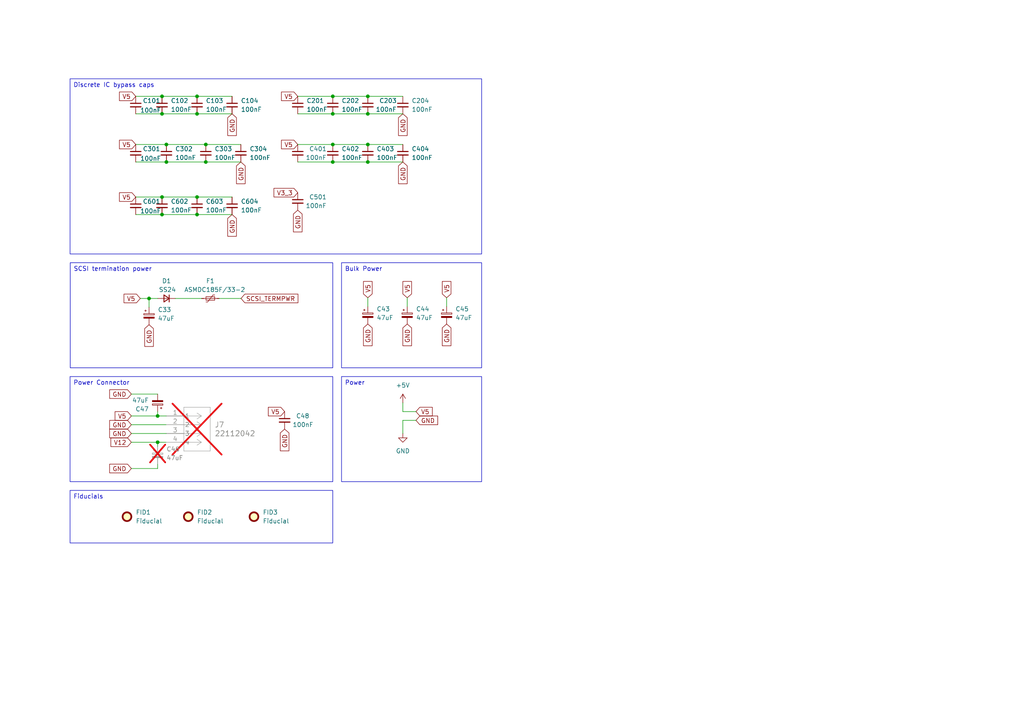
<source format=kicad_sch>
(kicad_sch (version 20250114) (generator "eeschema") (generator_version "9.0")
  (paper "A4")
  (title_block (title "A4092") (date "2026-01-08") (rev "REV C") (company "amiga.technology"))
  (lib_symbols
    (symbol "22112042:22112042" (pin_names (offset 0.254))
      (property "Reference" "J" (at 8.89 6.35 0))
      (property "Value" "22112042" (at 0 0 0))
      (symbol "22112042_1_1"
        (polyline (pts (xy 5.08 2.54) (xy 5.08 -10.16)) (stroke (width 0.127)))
        (polyline (pts (xy 5.08 -10.16) (xy 12.7 -10.16)) (stroke (width 0.127)))
        (polyline (pts (xy 10.16 0) (xy 5.08 0)) (stroke (width 0.127)))
        (polyline (pts (xy 10.16 0) (xy 8.89 0.8467)) (stroke (width 0.127)))
        (polyline (pts (xy 10.16 0) (xy 8.89 -0.8467)) (stroke (width 0.127)))
        (polyline (pts (xy 10.16 -2.54) (xy 5.08 -2.54)) (stroke (width 0.127)))
        (polyline (pts (xy 10.16 -2.54) (xy 8.89 -1.6933)) (stroke (width 0.127)))
        (polyline (pts (xy 10.16 -2.54) (xy 8.89 -3.3867)) (stroke (width 0.127)))
        (polyline (pts (xy 10.16 -5.08) (xy 5.08 -5.08)) (stroke (width 0.127)))
        (polyline (pts (xy 10.16 -5.08) (xy 8.89 -4.2333)) (stroke (width 0.127)))
        (polyline (pts (xy 10.16 -5.08) (xy 8.89 -5.9267)) (stroke (width 0.127)))
        (polyline (pts (xy 10.16 -7.62) (xy 5.08 -7.62)) (stroke (width 0.127)))
        (polyline (pts (xy 10.16 -7.62) (xy 8.89 -6.7733)) (stroke (width 0.127)))
        (polyline (pts (xy 10.16 -7.62) (xy 8.89 -8.4667)) (stroke (width 0.127)))
        (polyline (pts (xy 12.7 2.54) (xy 5.08 2.54)) (stroke (width 0.127)))
        (polyline (pts (xy 12.7 -10.16) (xy 12.7 2.54)) (stroke (width 0.127)))
        (pin unspecified line (at 0 0 0) (length 5.08) (name "1") (number "1"))
        (pin unspecified line (at 0 -2.54 0) (length 5.08) (name "2") (number "2"))
        (pin unspecified line (at 0 -5.08 0) (length 5.08) (name "3") (number "3"))
        (pin unspecified line (at 0 -7.62 0) (length 5.08) (name "4") (number "4"))
      )
      (symbol "22112042_1_2"
        (polyline (pts (xy 5.08 2.54) (xy 5.08 -10.16)) (stroke (width 0.127)))
        (polyline (pts (xy 5.08 -10.16) (xy 12.7 -10.16)) (stroke (width 0.127)))
        (polyline (pts (xy 7.62 0) (xy 5.08 0)) (stroke (width 0.127)))
        (polyline (pts (xy 7.62 0) (xy 8.89 0.8467)) (stroke (width 0.127)))
        (polyline (pts (xy 7.62 0) (xy 8.89 -0.8467)) (stroke (width 0.127)))
        (polyline (pts (xy 7.62 -2.54) (xy 5.08 -2.54)) (stroke (width 0.127)))
        (polyline (pts (xy 7.62 -2.54) (xy 8.89 -1.6933)) (stroke (width 0.127)))
        (polyline (pts (xy 7.62 -2.54) (xy 8.89 -3.3867)) (stroke (width 0.127)))
        (polyline (pts (xy 7.62 -5.08) (xy 5.08 -5.08)) (stroke (width 0.127)))
        (polyline (pts (xy 7.62 -5.08) (xy 8.89 -4.2333)) (stroke (width 0.127)))
        (polyline (pts (xy 7.62 -5.08) (xy 8.89 -5.9267)) (stroke (width 0.127)))
        (polyline (pts (xy 7.62 -7.62) (xy 5.08 -7.62)) (stroke (width 0.127)))
        (polyline (pts (xy 7.62 -7.62) (xy 8.89 -6.7733)) (stroke (width 0.127)))
        (polyline (pts (xy 7.62 -7.62) (xy 8.89 -8.4667)) (stroke (width 0.127)))
        (polyline (pts (xy 12.7 2.54) (xy 5.08 2.54)) (stroke (width 0.127)))
        (polyline (pts (xy 12.7 -10.16) (xy 12.7 2.54)) (stroke (width 0.127)))
        (pin unspecified line (at 0 0 0) (length 5.08) (name "1") (number "1"))
        (pin unspecified line (at 0 -2.54 0) (length 5.08) (name "2") (number "2"))
        (pin unspecified line (at 0 -5.08 0) (length 5.08) (name "3") (number "3"))
        (pin unspecified line (at 0 -7.62 0) (length 5.08) (name "4") (number "4"))
      )
    )
    (symbol "Device:C_Polarized_Small" (pin_numbers (hide yes)) (pin_names (offset 0.254) (hide yes))
      (property "Reference" "C" (at 0.254 1.778 0))
      (property "Value" "C_Polarized_Small" (at 0.254 -2.032 0))
      (symbol "C_Polarized_Small_0_1"
        (rectangle (start -1.524 0.6858) (end 1.524 0.3048))
        (rectangle (start -1.524 -0.3048) (end 1.524 -0.6858) (fill (type outline)))
        (polyline (pts (xy -1.27 1.524) (xy -0.762 1.524)))
        (polyline (pts (xy -1.016 1.27) (xy -1.016 1.778)))
      )
      (symbol "C_Polarized_Small_1_1"
        (pin passive line (at 0 2.54 270) (length 1.8542) (name "~") (number "1"))
        (pin passive line (at 0 -2.54 90) (length 1.8542) (name "~") (number "2"))
      )
    )
    (symbol "Device:C_Small" (pin_numbers (hide yes)) (pin_names (offset 0.254) (hide yes))
      (property "Reference" "C" (at 0.254 1.778 0))
      (property "Value" "C_Small" (at 0.254 -2.032 0))
      (symbol "C_Small_0_1"
        (polyline (pts (xy -1.524 0.508) (xy 1.524 0.508)) (stroke (width 0.3048)))
        (polyline (pts (xy -1.524 -0.508) (xy 1.524 -0.508)) (stroke (width 0.3302)))
      )
      (symbol "C_Small_1_1"
        (pin passive line (at 0 2.54 270) (length 2.032) (name "~") (number "1"))
        (pin passive line (at 0 -2.54 90) (length 2.032) (name "~") (number "2"))
      )
    )
    (symbol "Device:D_Small" (pin_numbers (hide yes)) (pin_names (offset 0.254) (hide yes))
      (property "Reference" "D" (at -1.27 2.032 0))
      (property "Value" "D_Small" (at -3.81 -2.032 0))
      (symbol "D_Small_0_1"
        (polyline (pts (xy -0.762 0) (xy 0.762 0)))
        (polyline (pts (xy -0.762 -1.016) (xy -0.762 1.016)) (stroke (width 0.254)))
        (polyline (pts (xy 0.762 -1.016) (xy -0.762 0) (xy 0.762 1.016) (xy 0.762 -1.016)) (stroke (width 0.254)))
      )
      (symbol "D_Small_1_1"
        (pin passive line (at -2.54 0 0) (length 1.778) (name "K") (number "1"))
        (pin passive line (at 2.54 0 180) (length 1.778) (name "A") (number "2"))
      )
    )
    (symbol "Device:Polyfuse_Small" (pin_numbers (hide yes)) (pin_names (offset 0))
      (property "Reference" "F" (at -1.905 0 90))
      (property "Value" "Polyfuse_Small" (at 1.905 0 90))
      (symbol "Polyfuse_Small_0_1"
        (polyline (pts (xy -1.016 1.27) (xy -1.016 0.762) (xy 1.016 -0.762) (xy 1.016 -1.27)))
        (rectangle (start -0.508 1.27) (end 0.508 -1.27))
        (polyline (pts (xy 0 2.54) (xy 0 -2.54)))
      )
      (symbol "Polyfuse_Small_1_1"
        (pin passive line (at 0 2.54 270) (length 0.635) (name "~") (number "1"))
        (pin passive line (at 0 -2.54 90) (length 0.635) (name "~") (number "2"))
      )
    )
    (symbol "Mechanical:Fiducial" (in_bom no)
      (property "Reference" "FID" (at 0 5.08 0))
      (property "Value" "Fiducial" (at 0 3.175 0))
      (symbol "Fiducial_0_1"
        (circle (center 0 0) (radius 1.27) (stroke (width 0.508)) (fill (type background)))
      )
    )
    (symbol "power:+5V" (power) (pin_numbers (hide yes)) (pin_names (offset 0) (hide yes))
      (property "Value" "+5V" (at 0 3.556 0))
      (symbol "+5V_0_1"
        (polyline (pts (xy -0.762 1.27) (xy 0 2.54)))
        (polyline (pts (xy 0 2.54) (xy 0.762 1.27)))
        (polyline (pts (xy 0 0) (xy 0 2.54)))
      )
      (symbol "+5V_1_1"
        (pin power_in line (at 0 0 90) (length 0) (name "~") (number "1"))
      )
    )
    (symbol "power:GND" (power) (pin_numbers (hide yes)) (pin_names (offset 0) (hide yes))
      (property "Value" "GND" (at 0 -3.81 0))
      (symbol "GND_0_1"
        (polyline (pts (xy 0 0) (xy 0 -1.27) (xy 1.27 -1.27) (xy 0 -2.54) (xy -1.27 -1.27) (xy 0 -1.27)))
      )
      (symbol "GND_1_1"
        (pin power_in line (at 0 0 270) (length 0) (name "~") (number "1"))
      )
    )
  )
  (text_box "SCSI termination power\n" (at 20.3706 76.2 0) (size 76.1494 30.48) (margins 0.9525 0.9525 0.9525 0.9525) (effects (font (size 1.27 1.27)) (justify left top)))
  (text_box "Power Connector\n" (at 20.32 109.22 0) (size 76.2 30.48) (margins 0.9525 0.9525 0.9525 0.9525) (effects (font (size 1.27 1.27)) (justify left top)))
  (text_box "Fiducials" (at 20.32 142.24 0) (size 76.2 15.2399) (margins 0.9525 0.9525 0.9525 0.9525) (effects (font (size 1.27 1.27)) (justify left top)))
  (text_box "Discrete IC bypass caps\n" (at 20.32 22.86 0) (size 119.38 50.8) (margins 0.9525 0.9525 0.9525 0.9525) (effects (font (size 1.27 1.27)) (justify left top)))
  (text_box "Bulk Power\n" (at 99.06 76.2 0) (size 40.64 30.48) (margins 0.9525 0.9525 0.9525 0.9525) (effects (font (size 1.27 1.27)) (justify left top)))
  (text_box "Power\n" (at 99.06 109.22 0) (size 40.64 30.4799) (margins 0.9525 0.9525 0.9525 0.9525) (effects (font (size 1.27 1.27)) (justify left top)))
  (junction (at 46.99 27.94))
  (junction (at 106.68 33.02))
  (junction (at 106.68 27.94))
  (junction (at 48.26 41.91))
  (junction (at 57.15 27.94))
  (junction (at 57.15 57.15))
  (junction (at 106.68 41.91))
  (junction (at 96.52 46.99))
  (junction (at 59.69 46.99))
  (junction (at 57.15 62.23))
  (junction (at 96.52 27.94))
  (junction (at 96.52 41.91))
  (junction (at 46.99 57.15))
  (junction (at 48.26 46.99))
  (junction (at 106.68 46.99))
  (junction (at 57.15 33.02))
  (junction (at 45.72 120.65))
  (junction (at 46.99 62.23))
  (junction (at 43.2306 86.5643))
  (junction (at 96.52 33.02))
  (junction (at 45.72 128.27))
  (junction (at 59.69 41.91))
  (junction (at 46.99 33.02))
  (wire (pts (xy 38.1 135.89) (xy 45.72 135.89)))
  (wire (pts (xy 57.15 27.94) (xy 67.31 27.94)))
  (wire (pts (xy 38.1 128.27) (xy 45.72 128.27)))
  (wire (pts (xy 106.68 86.36) (xy 106.68 88.9)))
  (wire (pts (xy 39.37 27.94) (xy 46.99 27.94)))
  (wire (pts (xy 116.84 121.92) (xy 120.65 121.92)))
  (wire (pts (xy 45.72 119.38) (xy 45.72 120.65)))
  (wire (pts (xy 86.36 33.02) (xy 96.52 33.02)))
  (wire (pts (xy 45.7706 86.5643) (xy 43.2306 86.5643)))
  (wire (pts (xy 96.52 46.99) (xy 106.68 46.99)))
  (wire (pts (xy 45.72 128.27) (xy 48.26 128.27)))
  (wire (pts (xy 57.15 62.23) (xy 67.31 62.23)))
  (wire (pts (xy 86.36 46.99) (xy 96.52 46.99)))
  (wire (pts (xy 86.36 27.94) (xy 96.52 27.94)))
  (wire (pts (xy 48.26 46.99) (xy 59.69 46.99)))
  (wire (pts (xy 96.52 27.94) (xy 106.68 27.94)))
  (wire (pts (xy 39.37 46.99) (xy 48.26 46.99)))
  (wire (pts (xy 116.84 116.84) (xy 116.84 119.38)))
  (wire (pts (xy 106.68 46.99) (xy 116.84 46.99)))
  (wire (pts (xy 96.52 33.02) (xy 106.68 33.02)))
  (wire (pts (xy 46.99 27.94) (xy 57.15 27.94)))
  (wire (pts (xy 57.15 57.15) (xy 67.31 57.15)))
  (wire (pts (xy 48.26 41.91) (xy 59.69 41.91)))
  (wire (pts (xy 106.68 41.91) (xy 116.84 41.91)))
  (wire (pts (xy 96.52 41.91) (xy 106.68 41.91)))
  (wire (pts (xy 116.84 125.73) (xy 116.84 121.92)))
  (wire (pts (xy 45.72 120.65) (xy 48.26 120.65)))
  (wire (pts (xy 39.37 62.23) (xy 46.99 62.23)))
  (wire (pts (xy 69.9006 86.5643) (xy 63.5506 86.5643)))
  (wire (pts (xy 38.1 123.19) (xy 48.26 123.19)))
  (wire (pts (xy 43.2306 86.5643) (xy 43.2306 89.1043)))
  (wire (pts (xy 118.11 86.36) (xy 118.11 88.9)))
  (wire (pts (xy 46.99 62.23) (xy 57.15 62.23)))
  (wire (pts (xy 116.84 119.38) (xy 120.65 119.38)))
  (wire (pts (xy 106.68 27.94) (xy 116.84 27.94)))
  (wire (pts (xy 57.15 33.02) (xy 67.31 33.02)))
  (wire (pts (xy 129.54 86.36) (xy 129.54 88.9)))
  (wire (pts (xy 86.36 41.91) (xy 96.52 41.91)))
  (wire (pts (xy 59.69 46.99) (xy 69.85 46.99)))
  (wire (pts (xy 45.72 135.89) (xy 45.72 134.62)))
  (wire (pts (xy 38.1 125.73) (xy 48.26 125.73)))
  (wire (pts (xy 46.99 33.02) (xy 57.15 33.02)))
  (wire (pts (xy 38.1 120.65) (xy 45.72 120.65)))
  (wire (pts (xy 39.37 41.91) (xy 48.26 41.91)))
  (wire (pts (xy 106.68 33.02) (xy 116.84 33.02)))
  (wire (pts (xy 39.37 57.15) (xy 46.99 57.15)))
  (wire (pts (xy 40.6906 86.5643) (xy 43.2306 86.5643)))
  (wire (pts (xy 46.99 57.15) (xy 57.15 57.15)))
  (wire (pts (xy 45.72 129.54) (xy 45.72 128.27)))
  (wire (pts (xy 58.4706 86.5643) (xy 50.8506 86.5643)))
  (wire (pts (xy 59.69 41.91) (xy 69.85 41.91)))
  (wire (pts (xy 38.1 114.3) (xy 45.72 114.3)))
  (wire (pts (xy 39.37 33.02) (xy 46.99 33.02)))
  (global_label "GND" (shape input) (at 86.36 60.96 270) (property "Intersheetrefs" "${INTERSHEET_REFS}" (effects (hide yes))))
  (global_label "GND" (shape input) (at 67.31 62.23 270) (property "Intersheetrefs" "${INTERSHEET_REFS}" (effects (hide yes))))
  (global_label "GND" (shape input) (at 118.11 93.98 270) (property "Intersheetrefs" "${INTERSHEET_REFS}" (effects (hide yes))))
  (global_label "SCSI_TERMPWR" (shape input) (at 69.9006 86.5643 0) (property "Intersheetrefs" "${INTERSHEET_REFS}" (effects (hide yes))))
  (global_label "V5" (shape input) (at 39.37 41.91 180) (property "Intersheetrefs" "${INTERSHEET_REFS}" (effects (hide yes))))
  (global_label "V5" (shape input) (at 118.11 86.36 90) (property "Intersheetrefs" "${INTERSHEET_REFS}" (effects (hide yes))))
  (global_label "GND" (shape input) (at 69.85 46.99 270) (property "Intersheetrefs" "${INTERSHEET_REFS}" (effects (hide yes))))
  (global_label "GND" (shape input) (at 120.65 121.92 0) (property "Intersheetrefs" "${INTERSHEET_REFS}" (effects (hide yes))))
  (global_label "V5" (shape input) (at 38.1 120.65 180) (property "Intersheetrefs" "${INTERSHEET_REFS}" (effects (hide yes))))
  (global_label "GND" (shape input) (at 116.84 33.02 270) (property "Intersheetrefs" "${INTERSHEET_REFS}" (effects (hide yes))))
  (global_label "V5" (shape input) (at 86.36 41.91 180) (property "Intersheetrefs" "${INTERSHEET_REFS}" (effects (hide yes))))
  (global_label "V5" (shape input) (at 120.65 119.38 0) (property "Intersheetrefs" "${INTERSHEET_REFS}" (effects (hide yes))))
  (global_label "GND" (shape input) (at 38.1 135.89 180) (property "Intersheetrefs" "${INTERSHEET_REFS}" (effects (hide yes))))
  (global_label "GND" (shape input) (at 106.68 93.98 270) (property "Intersheetrefs" "${INTERSHEET_REFS}" (effects (hide yes))))
  (global_label "GND" (shape input) (at 43.2306 94.1843 270) (property "Intersheetrefs" "${INTERSHEET_REFS}" (effects (hide yes))))
  (global_label "GND" (shape input) (at 38.1 123.19 180) (property "Intersheetrefs" "${INTERSHEET_REFS}" (effects (hide yes))))
  (global_label "GND" (shape input) (at 82.55 124.46 270) (property "Intersheetrefs" "${INTERSHEET_REFS}" (effects (hide yes))))
  (global_label "V3_3" (shape input) (at 86.36 55.88 180) (property "Intersheetrefs" "${INTERSHEET_REFS}" (effects (hide yes))))
  (global_label "GND" (shape input) (at 129.54 93.98 270) (property "Intersheetrefs" "${INTERSHEET_REFS}" (effects (hide yes))))
  (global_label "GND" (shape input) (at 38.1 114.3 180) (property "Intersheetrefs" "${INTERSHEET_REFS}" (effects (hide yes))))
  (global_label "GND" (shape input) (at 67.31 33.02 270) (property "Intersheetrefs" "${INTERSHEET_REFS}" (effects (hide yes))))
  (global_label "V5" (shape input) (at 82.55 119.38 180) (property "Intersheetrefs" "${INTERSHEET_REFS}" (effects (hide yes))))
  (global_label "V5" (shape input) (at 39.37 27.94 180) (property "Intersheetrefs" "${INTERSHEET_REFS}" (effects (hide yes))))
  (global_label "V5" (shape input) (at 39.37 57.15 180) (property "Intersheetrefs" "${INTERSHEET_REFS}" (effects (hide yes))))
  (global_label "GND" (shape input) (at 116.84 46.99 270) (property "Intersheetrefs" "${INTERSHEET_REFS}" (effects (hide yes))))
  (global_label "V5" (shape input) (at 106.68 86.36 90) (property "Intersheetrefs" "${INTERSHEET_REFS}" (effects (hide yes))))
  (global_label "V5" (shape input) (at 40.6906 86.5643 180) (property "Intersheetrefs" "${INTERSHEET_REFS}" (effects (hide yes))))
  (global_label "GND" (shape input) (at 38.1 125.73 180) (property "Intersheetrefs" "${INTERSHEET_REFS}" (effects (hide yes))))
  (global_label "V5" (shape input) (at 129.54 86.36 90) (property "Intersheetrefs" "${INTERSHEET_REFS}" (effects (hide yes))))
  (global_label "V5" (shape input) (at 86.36 27.94 180) (property "Intersheetrefs" "${INTERSHEET_REFS}" (effects (hide yes))))
  (global_label "V12" (shape input) (at 38.1 128.27 180) (property "Intersheetrefs" "${INTERSHEET_REFS}" (effects (hide yes))))
  (symbol (lib_id "Device:C_Small") (at 39.37 44.45 0) (unit 1)
    (property "Reference" "C301" (at 41.402 43.18 0) (effects (justify left)))
    (property "Value" "100nF" (at 40.64 45.974 0) (effects (justify left)))
    (property "Footprint" "Capacitor_SMD:C_0603_1608Metric_Pad1.08x0.95mm_HandSolder" (effects (hide yes)))
    (property "Description" "Unpolarized capacitor, small symbol" (effects (hide yes)))
    (property "LCSC Part #" "C14663" (effects (hide yes)))
  )
  (symbol (lib_id "Device:C_Small") (at 67.31 59.69 0) (unit 1)
    (property "Reference" "C604" (at 69.85 58.4262 0) (effects (justify left)))
    (property "Value" "100nF" (at 69.85 60.9662 0) (effects (justify left)))
    (property "Footprint" "Capacitor_SMD:C_0603_1608Metric_Pad1.08x0.95mm_HandSolder" (effects (hide yes)))
    (property "Description" "Unpolarized capacitor, small symbol" (effects (hide yes)))
    (property "LCSC Part #" "C14663" (effects (hide yes)))
  )
  (symbol (lib_id "Device:C_Small") (at 59.69 44.45 0) (unit 1)
    (property "Reference" "C303" (at 62.23 43.1862 0) (effects (justify left)))
    (property "Value" "100nF" (at 62.23 45.7262 0) (effects (justify left)))
    (property "Footprint" "Capacitor_SMD:C_0603_1608Metric_Pad1.08x0.95mm_HandSolder" (effects (hide yes)))
    (property "Description" "Unpolarized capacitor, small symbol" (effects (hide yes)))
    (property "LCSC Part #" "C14663" (effects (hide yes)))
  )
  (symbol (lib_id "Device:C_Small") (at 96.52 44.45 0) (unit 1)
    (property "Reference" "C402" (at 99.06 43.1862 0) (effects (justify left)))
    (property "Value" "100nF" (at 99.06 45.7262 0) (effects (justify left)))
    (property "Footprint" "Capacitor_SMD:C_0603_1608Metric_Pad1.08x0.95mm_HandSolder" (effects (hide yes)))
    (property "Description" "Unpolarized capacitor, small symbol" (effects (hide yes)))
    (property "LCSC Part #" "C14663" (effects (hide yes)))
  )
  (symbol (lib_id "Device:C_Small") (at 57.15 59.69 0) (unit 1)
    (property "Reference" "C603" (at 59.69 58.4262 0) (effects (justify left)))
    (property "Value" "100nF" (at 59.69 60.9662 0) (effects (justify left)))
    (property "Footprint" "Capacitor_SMD:C_0603_1608Metric_Pad1.08x0.95mm_HandSolder" (effects (hide yes)))
    (property "Description" "Unpolarized capacitor, small symbol" (effects (hide yes)))
    (property "LCSC Part #" "C14663" (effects (hide yes)))
  )
  (symbol (lib_id "Device:Polyfuse_Small") (at 61.0106 86.5643 90) (unit 1)
    (property "Reference" "F1" (at 61.0106 81.4843 90))
    (property "Value" "ASMDC185F/33-2" (at 62.2806 84.0243 90))
    (property "Footprint" "Fuse:Fuse_2920_7451Metric_Pad2.10x5.45mm_HandSolder" (effects (hide yes)))
    (property "Description" "Resettable fuse, polymeric positive temperature coefficient, small symbol" (effects (hide yes)))
    (property "LCSC Part #" "C3761950" (effects (hide yes)))
  )
  (symbol (lib_id "Device:C_Small") (at 82.55 121.92 0) (unit 1)
    (property "Reference" "C48" (at 85.852 120.65 0) (effects (justify left)))
    (property "Value" "100nF" (at 84.836 123.19 0) (effects (justify left)))
    (property "Footprint" "Capacitor_SMD:C_0603_1608Metric_Pad1.08x0.95mm_HandSolder" (effects (hide yes)))
    (property "Description" "Unpolarized capacitor, small symbol" (effects (hide yes)))
    (property "LCSC Part #" "C14663" (effects (hide yes)))
  )
  (symbol (lib_id "Device:C_Small") (at 86.36 30.48 0) (unit 1)
    (property "Reference" "C201" (at 88.9 29.2162 0) (effects (justify left)))
    (property "Value" "100nF" (at 88.9 31.7562 0) (effects (justify left)))
    (property "Footprint" "Capacitor_SMD:C_0603_1608Metric_Pad1.08x0.95mm_HandSolder" (effects (hide yes)))
    (property "Description" "Unpolarized capacitor, small symbol" (effects (hide yes)))
    (property "LCSC Part #" "C14663" (effects (hide yes)))
  )
  (symbol (lib_id "Device:C_Small") (at 86.36 44.45 0) (unit 1)
    (property "Reference" "C401" (at 89.662 43.18 0) (effects (justify left)))
    (property "Value" "100nF" (at 88.646 45.72 0) (effects (justify left)))
    (property "Footprint" "Capacitor_SMD:C_0603_1608Metric_Pad1.08x0.95mm_HandSolder" (effects (hide yes)))
    (property "Description" "Unpolarized capacitor, small symbol" (effects (hide yes)))
    (property "LCSC Part #" "C14663" (effects (hide yes)))
  )
  (symbol (lib_id "Device:C_Polarized_Small") (at 106.68 91.44 0) (unit 1)
    (property "Reference" "C43" (at 109.22 89.6238 0) (effects (justify left)))
    (property "Value" "47uF" (at 109.22 92.1638 0) (effects (justify left)))
    (property "Footprint" "Capacitor_SMD:CP_Elec_6.3x7.7" (effects (hide yes)))
    (property "Description" "Polarized capacitor, small symbol" (effects (hide yes)))
    (property "MPN" "KEMET/A765EB476M1ELAE040" (effects (hide yes)))
    (property "LCSC Part #" "C369909" (effects (hide yes)))
    (property "FT Rotation Offset" "180" (effects (hide yes)))
  )
  (symbol (lib_id "Device:C_Small") (at 48.26 44.45 0) (unit 1)
    (property "Reference" "C302" (at 50.8 43.1862 0) (effects (justify left)))
    (property "Value" "100nF" (at 50.8 45.7262 0) (effects (justify left)))
    (property "Footprint" "Capacitor_SMD:C_0603_1608Metric_Pad1.08x0.95mm_HandSolder" (effects (hide yes)))
    (property "Description" "Unpolarized capacitor, small symbol" (effects (hide yes)))
    (property "LCSC Part #" "C14663" (effects (hide yes)))
  )
  (symbol (lib_id "Device:C_Small") (at 106.68 30.48 0) (unit 1)
    (property "Reference" "C203" (at 109.982 29.21 0) (effects (justify left)))
    (property "Value" "100nF" (at 108.966 31.75 0) (effects (justify left)))
    (property "Footprint" "Capacitor_SMD:C_0603_1608Metric_Pad1.08x0.95mm_HandSolder" (effects (hide yes)))
    (property "Description" "Unpolarized capacitor, small symbol" (effects (hide yes)))
    (property "LCSC Part #" "C14663" (effects (hide yes)))
  )
  (symbol (lib_id "Mechanical:Fiducial") (at 73.66 149.86 0) (unit 1) (in_bom no)
    (property "Reference" "FID3" (at 76.2 148.5899 0) (effects (justify left)))
    (property "Value" "Fiducial" (at 76.2 151.1299 0) (effects (justify left)))
    (property "Footprint" "kicad-official/Fiducial.pretty:Fiducial_0.5mm_Mask1.5mm" (effects (hide yes)))
    (property "Description" "Fiducial Marker" (effects (hide yes)))
  )
  (symbol (lib_id "Mechanical:Fiducial") (at 54.61 149.86 0) (unit 1) (in_bom no)
    (property "Reference" "FID2" (at 57.15 148.5899 0) (effects (justify left)))
    (property "Value" "Fiducial" (at 57.15 151.1299 0) (effects (justify left)))
    (property "Footprint" "kicad-official/Fiducial.pretty:Fiducial_0.5mm_Mask1.5mm" (effects (hide yes)))
    (property "Description" "Fiducial Marker" (effects (hide yes)))
  )
  (symbol (lib_id "power:GND") (at 116.84 125.73 0) (unit 1)
    (property "Reference" "#PWR03" (effects (hide yes)))
    (property "Value" "GND" (at 116.84 130.81 0))
    (property "Description" "Power symbol creates a global label with name \"GND\" , ground" (effects (hide yes)))
  )
  (symbol (lib_id "Device:C_Small") (at 67.31 30.48 0) (unit 1)
    (property "Reference" "C104" (at 69.85 29.2162 0) (effects (justify left)))
    (property "Value" "100nF" (at 69.85 31.7562 0) (effects (justify left)))
    (property "Footprint" "Capacitor_SMD:C_0603_1608Metric_Pad1.08x0.95mm_HandSolder" (effects (hide yes)))
    (property "Description" "Unpolarized capacitor, small symbol" (effects (hide yes)))
    (property "LCSC Part #" "C14663" (effects (hide yes)))
  )
  (symbol (lib_id "Mechanical:Fiducial") (at 36.83 149.86 0) (unit 1) (in_bom no)
    (property "Reference" "FID1" (at 39.37 148.5899 0) (effects (justify left)))
    (property "Value" "Fiducial" (at 39.37 151.1299 0) (effects (justify left)))
    (property "Footprint" "kicad-official/Fiducial.pretty:Fiducial_0.5mm_Mask1.5mm" (effects (hide yes)))
    (property "Description" "Fiducial Marker" (effects (hide yes)))
  )
  (symbol (lib_id "Device:C_Polarized_Small") (at 45.72 132.08 0) (unit 1) (dnp yes)
    (property "Reference" "C46" (at 48.26 130.2638 0) (effects (justify left)))
    (property "Value" "47uF" (at 48.26 132.8038 0) (effects (justify left)))
    (property "Footprint" "Capacitor_SMD:CP_Elec_6.3x7.7" (effects (hide yes)))
    (property "Description" "Polarized capacitor, small symbol" (effects (hide yes)))
    (property "MPN" "KEMET/A765EB476M1ELAE040" (effects (hide yes)))
    (property "LCSC Part #" "C369909" (effects (hide yes)))
    (property "FT Rotation Offset" "180" (effects (hide yes)))
  )
  (symbol (lib_id "Device:C_Small") (at 96.52 30.48 0) (unit 1)
    (property "Reference" "C202" (at 99.06 29.2162 0) (effects (justify left)))
    (property "Value" "100nF" (at 99.06 31.7562 0) (effects (justify left)))
    (property "Footprint" "Capacitor_SMD:C_0603_1608Metric_Pad1.08x0.95mm_HandSolder" (effects (hide yes)))
    (property "Description" "Unpolarized capacitor, small symbol" (effects (hide yes)))
    (property "LCSC Part #" "C14663" (effects (hide yes)))
  )
  (symbol (lib_id "Device:C_Small") (at 57.15 30.48 0) (unit 1)
    (property "Reference" "C103" (at 59.69 29.2162 0) (effects (justify left)))
    (property "Value" "100nF" (at 59.69 31.7562 0) (effects (justify left)))
    (property "Footprint" "Capacitor_SMD:C_0603_1608Metric_Pad1.08x0.95mm_HandSolder" (effects (hide yes)))
    (property "Description" "Unpolarized capacitor, small symbol" (effects (hide yes)))
    (property "LCSC Part #" "C14663" (effects (hide yes)))
  )
  (symbol (lib_id "power:+5V") (at 116.84 116.84 0) (unit 1)
    (property "Reference" "#PWR02" (effects (hide yes)))
    (property "Value" "+5V" (at 116.84 111.76 0))
    (property "Description" "Power symbol creates a global label with name \"+5V\"" (effects (hide yes)))
  )
  (symbol (lib_id "Device:C_Polarized_Small") (at 118.11 91.44 0) (unit 1)
    (property "Reference" "C44" (at 120.65 89.6238 0) (effects (justify left)))
    (property "Value" "47uF" (at 120.65 92.1638 0) (effects (justify left)))
    (property "Footprint" "Capacitor_SMD:CP_Elec_6.3x7.7" (effects (hide yes)))
    (property "Description" "Polarized capacitor, small symbol" (effects (hide yes)))
    (property "MPN" "KEMET/A765EB476M1ELAE040" (effects (hide yes)))
    (property "LCSC Part #" "C369909" (effects (hide yes)))
    (property "FT Rotation Offset" "180" (effects (hide yes)))
  )
  (symbol (lib_id "Device:C_Small") (at 69.85 44.45 0) (unit 1)
    (property "Reference" "C304" (at 72.39 43.1862 0) (effects (justify left)))
    (property "Value" "100nF" (at 72.39 45.7262 0) (effects (justify left)))
    (property "Footprint" "Capacitor_SMD:C_0603_1608Metric_Pad1.08x0.95mm_HandSolder" (effects (hide yes)))
    (property "Description" "Unpolarized capacitor, small symbol" (effects (hide yes)))
    (property "LCSC Part #" "C14663" (effects (hide yes)))
  )
  (symbol (lib_id "Device:C_Small") (at 116.84 30.48 0) (unit 1)
    (property "Reference" "C204" (at 119.38 29.2162 0) (effects (justify left)))
    (property "Value" "100nF" (at 119.38 31.7562 0) (effects (justify left)))
    (property "Footprint" "Capacitor_SMD:C_0603_1608Metric_Pad1.08x0.95mm_HandSolder" (effects (hide yes)))
    (property "Description" "Unpolarized capacitor, small symbol" (effects (hide yes)))
    (property "LCSC Part #" "C14663" (effects (hide yes)))
  )
  (symbol (lib_id "Device:C_Small") (at 86.36 58.42 0) (unit 1)
    (property "Reference" "C501" (at 89.662 57.15 0) (effects (justify left)))
    (property "Value" "100nF" (at 88.646 59.69 0) (effects (justify left)))
    (property "Footprint" "Capacitor_SMD:C_0603_1608Metric_Pad1.08x0.95mm_HandSolder" (effects (hide yes)))
    (property "Description" "Unpolarized capacitor, small symbol" (effects (hide yes)))
    (property "LCSC Part #" "C14663" (effects (hide yes)))
  )
  (symbol (lib_id "Device:C_Small") (at 116.84 44.45 0) (unit 1)
    (property "Reference" "C404" (at 119.38 43.1862 0) (effects (justify left)))
    (property "Value" "100nF" (at 119.38 45.7262 0) (effects (justify left)))
    (property "Footprint" "Capacitor_SMD:C_0603_1608Metric_Pad1.08x0.95mm_HandSolder" (effects (hide yes)))
    (property "Description" "Unpolarized capacitor, small symbol" (effects (hide yes)))
    (property "LCSC Part #" "C14663" (effects (hide yes)))
  )
  (symbol (lib_id "Device:C_Polarized_Small") (at 45.72 116.84 180) (unit 1)
    (property "Reference" "C47" (at 43.18 118.6562 0) (effects (justify left)))
    (property "Value" "47uF" (at 43.18 116.1162 0) (effects (justify left)))
    (property "Footprint" "Capacitor_SMD:CP_Elec_6.3x7.7" (effects (hide yes)))
    (property "Description" "Polarized capacitor, small symbol" (effects (hide yes)))
    (property "MPN" "KEMET/A765EB476M1ELAE040" (effects (hide yes)))
    (property "LCSC Part #" "C369909" (effects (hide yes)))
    (property "FT Rotation Offset" "180" (effects (hide yes)))
  )
  (symbol (lib_id "Device:C_Small") (at 39.37 59.69 0) (unit 1)
    (property "Reference" "C601" (at 41.402 58.42 0) (effects (justify left)))
    (property "Value" "100nF" (at 40.64 61.214 0) (effects (justify left)))
    (property "Footprint" "Capacitor_SMD:C_0603_1608Metric_Pad1.08x0.95mm_HandSolder" (effects (hide yes)))
    (property "Description" "Unpolarized capacitor, small symbol" (effects (hide yes)))
    (property "LCSC Part #" "C14663" (effects (hide yes)))
  )
  (symbol (lib_id "22112042:22112042") (at 48.26 120.65 0) (unit 1) (dnp yes)
    (property "Reference" "J7" (at 62.23 123.1899 0) (effects (font (size 1.524 1.524)) (justify left)))
    (property "Value" "22112042" (at 62.23 125.7299 0) (effects (font (size 1.524 1.524)) (justify left)))
    (property "Footprint" "22112042:CONN_A-6373-04A_MOL" (effects (hide yes)))
    (property "Datasheet" "22112042" (effects (hide yes)))
    (property "LCSC Part #" "C114123" (effects (hide yes)))
  )
  (symbol (lib_id "Device:C_Small") (at 106.68 44.45 0) (unit 1)
    (property "Reference" "C403" (at 109.22 43.1862 0) (effects (justify left)))
    (property "Value" "100nF" (at 109.22 45.7262 0) (effects (justify left)))
    (property "Footprint" "Capacitor_SMD:C_0603_1608Metric_Pad1.08x0.95mm_HandSolder" (effects (hide yes)))
    (property "Description" "Unpolarized capacitor, small symbol" (effects (hide yes)))
    (property "LCSC Part #" "C14663" (effects (hide yes)))
  )
  (symbol (lib_id "Device:C_Small") (at 39.37 30.48 0) (unit 1)
    (property "Reference" "C101" (at 41.402 29.21 0) (effects (justify left)))
    (property "Value" "100nF" (at 40.64 32.004 0) (effects (justify left)))
    (property "Footprint" "Capacitor_SMD:C_0603_1608Metric_Pad1.08x0.95mm_HandSolder" (effects (hide yes)))
    (property "Description" "Unpolarized capacitor, small symbol" (effects (hide yes)))
    (property "LCSC Part #" "C14663" (effects (hide yes)))
  )
  (symbol (lib_id "Device:C_Small") (at 46.99 59.69 0) (unit 1)
    (property "Reference" "C602" (at 49.53 58.4262 0) (effects (justify left)))
    (property "Value" "100nF" (at 49.53 60.9662 0) (effects (justify left)))
    (property "Footprint" "Capacitor_SMD:C_0603_1608Metric_Pad1.08x0.95mm_HandSolder" (effects (hide yes)))
    (property "Description" "Unpolarized capacitor, small symbol" (effects (hide yes)))
    (property "LCSC Part #" "C14663" (effects (hide yes)))
  )
  (symbol (lib_id "Device:C_Polarized_Small") (at 129.54 91.44 0) (unit 1)
    (property "Reference" "C45" (at 132.08 89.6238 0) (effects (justify left)))
    (property "Value" "47uF" (at 132.08 92.1638 0) (effects (justify left)))
    (property "Footprint" "Capacitor_SMD:CP_Elec_6.3x7.7" (effects (hide yes)))
    (property "Description" "Polarized capacitor, small symbol" (effects (hide yes)))
    (property "MPN" "KEMET/A765EB476M1ELAE040" (effects (hide yes)))
    (property "LCSC Part #" "C369909" (effects (hide yes)))
    (property "FT Rotation Offset" "180" (effects (hide yes)))
  )
  (symbol (lib_id "Device:C_Small") (at 46.99 30.48 0) (unit 1)
    (property "Reference" "C102" (at 49.53 29.2162 0) (effects (justify left)))
    (property "Value" "100nF" (at 49.53 31.7562 0) (effects (justify left)))
    (property "Footprint" "Capacitor_SMD:C_0603_1608Metric_Pad1.08x0.95mm_HandSolder" (effects (hide yes)))
    (property "Description" "Unpolarized capacitor, small symbol" (effects (hide yes)))
    (property "LCSC Part #" "C14663" (effects (hide yes)))
  )
  (symbol (lib_id "Device:D_Small") (at 48.3106 86.5643 180) (unit 1)
    (property "Reference" "D1" (at 48.3106 81.4843 0))
    (property "Value" "SS24" (at 48.5646 84.0243 0))
    (property "Footprint" "Diode_SMD:D_SMA_Handsoldering" (effects (hide yes)))
    (property "Datasheet" "https://www.onsemi.com/pdf/datasheet/mbr140sft1-d.pdf" (effects (hide yes)))
    (property "Description" "Diode, small symbol" (effects (hide yes)))
    (property "Sim.Device" "D" (effects (hide yes)))
    (property "Sim.Pins" "1=K 2=A" (effects (hide yes)))
    (property "LCSC Part #" "C43381" (effects (hide yes)))
  )
  (symbol (lib_id "Device:C_Polarized_Small") (at 43.2306 91.6443 0) (unit 1)
    (property "Reference" "C33" (at 45.7706 89.8281 0) (effects (justify left)))
    (property "Value" "47uF" (at 45.7706 92.3681 0) (effects (justify left)))
    (property "Footprint" "Capacitor_SMD:CP_Elec_6.3x7.7" (effects (hide yes)))
    (property "Description" "Polarized capacitor, small symbol" (effects (hide yes)))
    (property "MPN" "KEMET/A765EB476M1ELAE040" (effects (hide yes)))
    (property "LCSC Part #" "C369909" (effects (hide yes)))
    (property "FT Rotation Offset" "180" (effects (hide yes)))
  )
)
</source>
